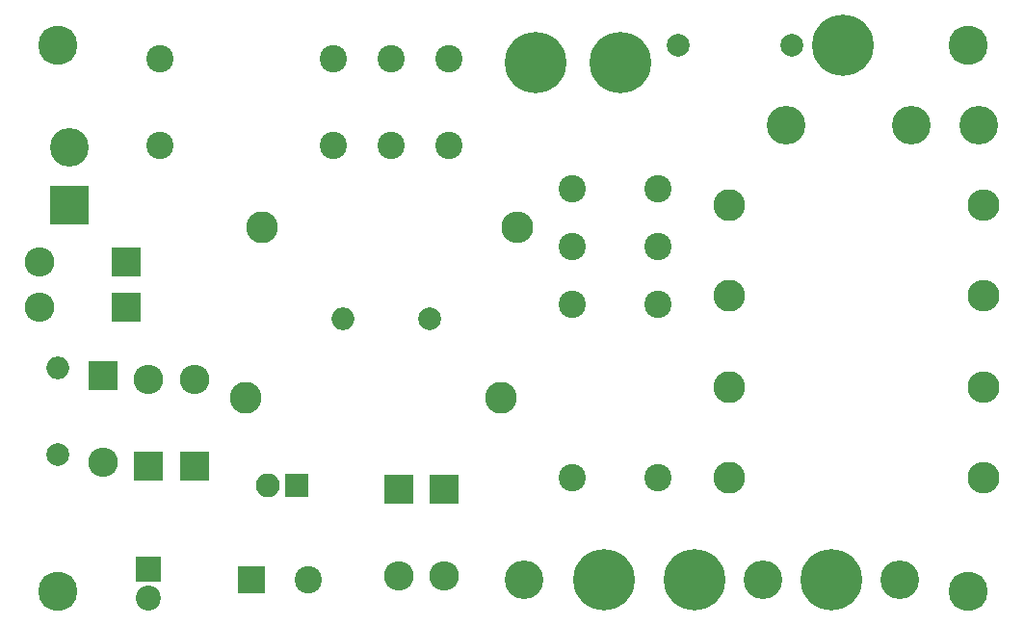
<source format=gbr>
G04 #@! TF.FileFunction,Soldermask,Bot*
%FSLAX46Y46*%
G04 Gerber Fmt 4.6, Leading zero omitted, Abs format (unit mm)*
G04 Created by KiCad (PCBNEW 4.0.7) date 10/26/20 23:17:11*
%MOMM*%
%LPD*%
G01*
G04 APERTURE LIST*
%ADD10C,0.100000*%
%ADD11C,2.000000*%
%ADD12C,2.800000*%
%ADD13R,2.400000X2.400000*%
%ADD14C,2.400000*%
%ADD15R,2.600000X2.600000*%
%ADD16O,2.600000X2.600000*%
%ADD17R,2.200000X2.200000*%
%ADD18C,2.200000*%
%ADD19C,5.400000*%
%ADD20O,2.800000X2.800000*%
%ADD21O,2.000000X2.000000*%
%ADD22C,3.448000*%
%ADD23R,3.400000X3.400000*%
%ADD24C,3.400000*%
%ADD25R,2.100000X2.100000*%
%ADD26O,2.100000X2.100000*%
G04 APERTURE END LIST*
D10*
D11*
X188500000Y-73000000D03*
X178500000Y-73000000D03*
D12*
X163000000Y-104000000D03*
X140500000Y-104000000D03*
D13*
X141000000Y-120000000D03*
D14*
X146000000Y-120000000D03*
D15*
X132000000Y-110000000D03*
D16*
X132000000Y-102380000D03*
D15*
X158000000Y-112000000D03*
D16*
X158000000Y-119620000D03*
D15*
X136000000Y-110000000D03*
D16*
X136000000Y-102380000D03*
D15*
X154000000Y-112000000D03*
D16*
X154000000Y-119620000D03*
D15*
X128000000Y-102000000D03*
D16*
X128000000Y-109620000D03*
D17*
X132000000Y-119000000D03*
D18*
X132000000Y-121540000D03*
D19*
X166000000Y-74500000D03*
X172000000Y-120000000D03*
X173500000Y-74500000D03*
X193000000Y-73000000D03*
X180000000Y-120000000D03*
X192000000Y-120000000D03*
D12*
X142000000Y-89000000D03*
D20*
X164400000Y-89000000D03*
D11*
X124000000Y-109000000D03*
D21*
X124000000Y-101380000D03*
D12*
X183000000Y-87000000D03*
D20*
X205400000Y-87000000D03*
D12*
X183000000Y-111000000D03*
D20*
X205400000Y-111000000D03*
D12*
X183000000Y-103000000D03*
D20*
X205400000Y-103000000D03*
D12*
X183000000Y-95000000D03*
D20*
X205400000Y-95000000D03*
D14*
X169200000Y-111000000D03*
X169200000Y-95760000D03*
X169200000Y-85600000D03*
X169200000Y-90680000D03*
X176800000Y-111000000D03*
X176800000Y-90680000D03*
X176800000Y-95760000D03*
X176800000Y-85600000D03*
D22*
X204000000Y-121000000D03*
X204000000Y-73000000D03*
X124000000Y-73000000D03*
X124000000Y-121000000D03*
D11*
X156720000Y-97040000D03*
D21*
X149100000Y-97040000D03*
D15*
X130000000Y-92000000D03*
D16*
X122380000Y-92000000D03*
D15*
X130000000Y-96000000D03*
D16*
X122380000Y-96000000D03*
D23*
X125000000Y-87000000D03*
D24*
X125000000Y-81920000D03*
D14*
X133000000Y-74200000D03*
X148240000Y-74200000D03*
X158400000Y-74200000D03*
X153320000Y-74200000D03*
X133000000Y-81800000D03*
X153320000Y-81800000D03*
X148240000Y-81800000D03*
X158400000Y-81800000D03*
D24*
X188000000Y-80000000D03*
X199000000Y-80000000D03*
X205000000Y-80000000D03*
X186000000Y-120000000D03*
X198000000Y-120000000D03*
X165000000Y-120000000D03*
D25*
X144975000Y-111675000D03*
D26*
X142435000Y-111675000D03*
M02*

</source>
